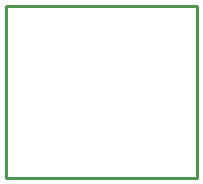
<source format=gko>
%FSLAX25Y25*%
%MOIN*%
G70*
G01*
G75*
G04 Layer_Color=16711935*
%ADD10R,0.12992X0.12992*%
%ADD11O,0.02756X0.00984*%
%ADD12O,0.00984X0.02756*%
%ADD13R,0.02953X0.03543*%
%ADD14R,0.02362X0.02362*%
%ADD15R,0.04134X0.05906*%
%ADD16R,0.02362X0.02362*%
%ADD17R,0.04724X0.02362*%
%ADD18C,0.00600*%
%ADD19C,0.01000*%
%ADD20C,0.00800*%
%ADD21C,0.02000*%
%ADD22R,0.01575X0.00192*%
%ADD23R,0.00353X0.00189*%
%ADD24C,0.03937*%
%ADD25R,0.03937X0.03937*%
%ADD26R,0.03937X0.03937*%
%ADD27C,0.02400*%
%ADD28C,0.04000*%
%ADD29R,0.13000X0.57500*%
%ADD30C,0.04362*%
G04:AMPARAMS|DCode=31|XSize=47.622mil|YSize=47.622mil|CornerRadius=0mil|HoleSize=0mil|Usage=FLASHONLY|Rotation=0.000|XOffset=0mil|YOffset=0mil|HoleType=Round|Shape=Relief|Width=10mil|Gap=4mil|Entries=4|*
%AMTHD31*
7,0,0,0.04762,0.03962,0.01000,45*
%
%ADD31THD31*%
%ADD32C,0.03200*%
G04:AMPARAMS|DCode=33|XSize=36mil|YSize=36mil|CornerRadius=0mil|HoleSize=0mil|Usage=FLASHONLY|Rotation=0.000|XOffset=0mil|YOffset=0mil|HoleType=Round|Shape=Relief|Width=10mil|Gap=4mil|Entries=4|*
%AMTHD33*
7,0,0,0.03600,0.02800,0.01000,45*
%
%ADD33THD33*%
%ADD34R,0.10000X0.04000*%
%ADD35O,0.01181X0.03150*%
%ADD36O,0.03150X0.01181*%
%ADD37R,0.07480X0.04331*%
%ADD38R,0.00503X0.00180*%
%ADD39R,0.00237X0.00346*%
%ADD40R,0.00628X0.00256*%
%ADD41R,0.00542X0.00559*%
%ADD42R,0.00369X0.00562*%
%ADD43C,0.00984*%
%ADD44C,0.00787*%
%ADD45R,0.08992X0.08992*%
%ADD46R,0.13792X0.13792*%
%ADD47O,0.03256X0.01484*%
%ADD48O,0.01484X0.03256*%
%ADD49R,0.03753X0.04343*%
%ADD50R,0.03162X0.03162*%
%ADD51R,0.04934X0.06706*%
%ADD52R,0.03162X0.03162*%
%ADD53R,0.05524X0.03162*%
%ADD54C,0.04737*%
%ADD55R,0.04737X0.04737*%
%ADD56R,0.04737X0.04737*%
%ADD57R,0.10800X0.04800*%
%ADD58O,0.01981X0.03950*%
%ADD59O,0.03950X0.01981*%
%ADD60R,0.08280X0.05131*%
%ADD61C,0.00492*%
D19*
X804000Y367500D02*
Y425000D01*
Y367500D02*
X867500D01*
X804000Y425000D02*
X867500D01*
Y367500D02*
Y425000D01*
M02*

</source>
